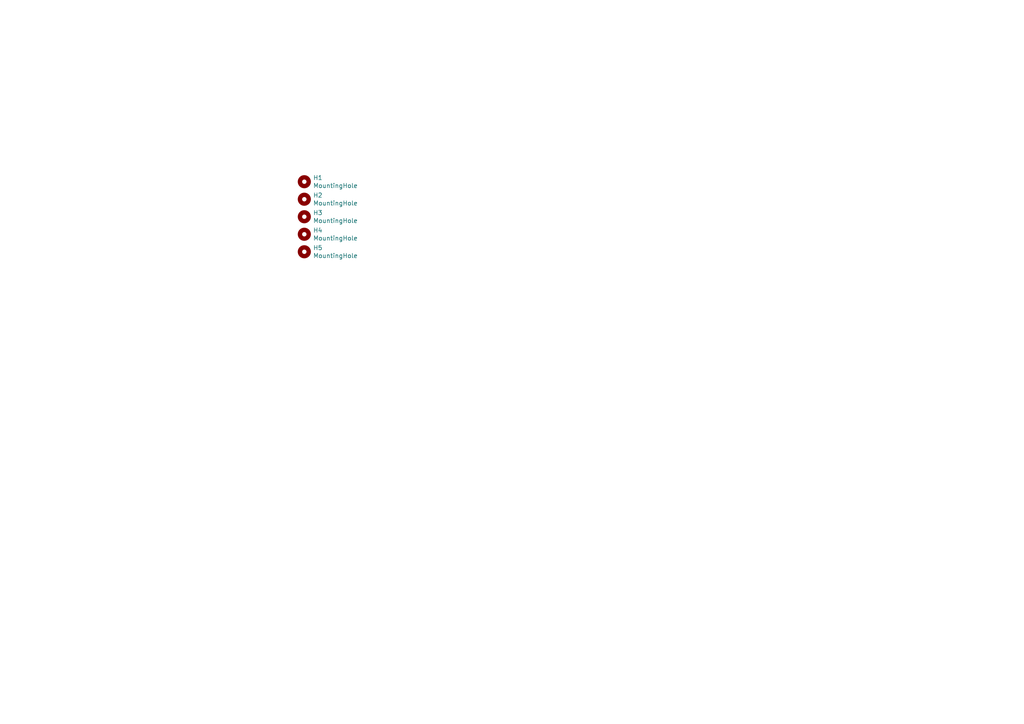
<source format=kicad_sch>
(kicad_sch (version 20210126) (generator eeschema)
  (paper "A4")
  (lib_symbols
    (symbol "Mechanical:MountingHole" (pin_names (offset 1.016))
      (property "Reference" "H" (at 0 5.08 0))
      (property "Value" "MountingHole" (at 0 3.175 0))
      (symbol "MountingHole_0_1"
        (circle (center 0 0) (radius 1.27) (stroke (width 1.27)))
      )
    )
  )
  (symbol (lib_id "Mechanical:MountingHole") (at 88.265 52.705 0) (unit 1)
    (property "Reference" "H1" (at 90.8051 51.5556 0) (effects (justify left)))
    (property "Value" "MountingHole" (at 90.8051 53.8543 0) (effects (justify left)))
    (property "Footprint" "MountingHole:MountingHole_2.2mm_M2_Pad" (effects hide))
  )
  (symbol (lib_id "Mechanical:MountingHole") (at 88.265 57.785 0) (unit 1)
    (property "Reference" "H2" (at 90.8051 56.6356 0) (effects (justify left)))
    (property "Value" "MountingHole" (at 90.8051 58.9343 0) (effects (justify left)))
    (property "Footprint" "MountingHole:MountingHole_2.2mm_M2_Pad" (effects hide))
  )
  (symbol (lib_id "Mechanical:MountingHole") (at 88.265 62.865 0) (unit 1)
    (property "Reference" "H3" (at 90.8051 61.7156 0) (effects (justify left)))
    (property "Value" "MountingHole" (at 90.8051 64.0143 0) (effects (justify left)))
    (property "Footprint" "MountingHole:MountingHole_2.2mm_M2_Pad" (effects hide))
  )
  (symbol (lib_id "Mechanical:MountingHole") (at 88.265 67.945 0) (unit 1)
    (property "Reference" "H4" (at 90.8051 66.7956 0) (effects (justify left)))
    (property "Value" "MountingHole" (at 90.8051 69.0943 0) (effects (justify left)))
    (property "Footprint" "MountingHole:MountingHole_2.2mm_M2_Pad" (effects hide))
  )
  (symbol (lib_id "Mechanical:MountingHole") (at 88.265 73.025 0) (unit 1)
    (property "Reference" "H5" (at 90.8051 71.8756 0) (effects (justify left)))
    (property "Value" "MountingHole" (at 90.8051 74.1743 0) (effects (justify left)))
    (property "Footprint" "MountingHole:MountingHole_2.2mm_M2_Pad" (effects hide))
  )
)
</source>
